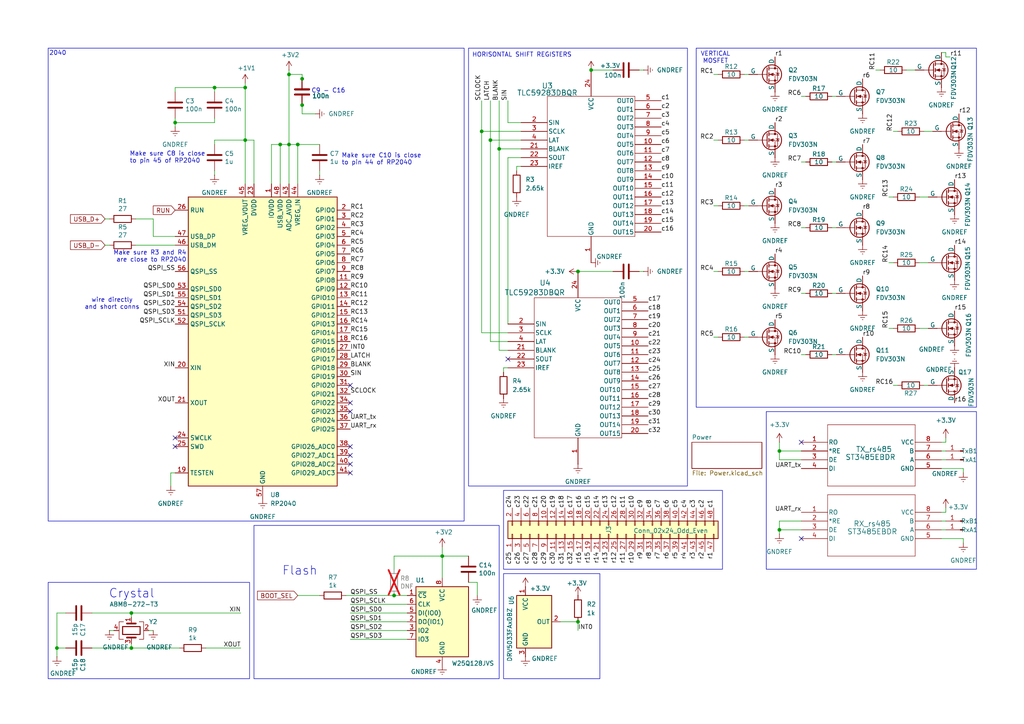
<source format=kicad_sch>
(kicad_sch (version 20231120) (generator "eeschema") (generator_version "8.0")
  (paper "A4")
  (junction (at 114.3 172.72))
  (junction (at 171.45 20.32))
  (junction (at 142.24 40.64))
  (junction (at 86.36 41.91))
  (junction (at 167.64 180.34))
  (junction (at 139.7 38.1))
  (junction (at 71.12 40.64))
  (junction (at 87.63 22.86))
  (junction (at 144.78 43.18))
  (junction (at 226.06 153.67))
  (junction (at 83.82 41.91))
  (junction (at 62.23 25.4))
  (junction (at 83.82 21.59))
  (junction (at 71.12 25.4))
  (junction (at 226.06 130.81))
  (junction (at 128.27 161.29))
  (junction (at 81.28 41.91))
  (junction (at 50.8 35.56))
  (junction (at 38.1 177.8))
  (junction (at 167.64 78.74))
  (junction (at 16.51 187.96))
  (junction (at 38.1 187.96))
  (junction (at 87.63 30.48))
  (no_connect (at 101.6 132.08))
  (no_connect (at 232.41 128.27))
  (no_connect (at 147.32 104.14))
  (no_connect (at 50.8 129.54))
  (no_connect (at 101.6 134.62))
  (no_connect (at 101.6 116.84))
  (no_connect (at 101.6 137.16))
  (no_connect (at 101.6 111.76))
  (no_connect (at 101.6 119.38))
  (no_connect (at 50.8 127))
  (no_connect (at 101.6 129.54))
  (no_connect (at 232.41 156.21))
  (wire (pts (xy 232.41 66.04) (xy 233.68 66.04)))
  (wire (pts (xy 26.67 177.8) (xy 38.1 177.8)))
  (wire (pts (xy 217.17 59.69) (xy 215.9 59.69)))
  (wire (pts (xy 167.64 182.88) (xy 167.64 180.34)))
  (wire (pts (xy 83.82 41.91) (xy 86.36 41.91)))
  (wire (pts (xy 86.36 41.91) (xy 92.71 41.91)))
  (wire (pts (xy 207.01 21.59) (xy 208.28 21.59)))
  (wire (pts (xy 257.81 95.25) (xy 259.08 95.25)))
  (wire (pts (xy 232.41 85.09) (xy 233.68 85.09)))
  (wire (pts (xy 139.7 38.1) (xy 139.7 96.52)))
  (wire (pts (xy 242.57 46.99) (xy 241.3 46.99)))
  (wire (pts (xy 78.74 53.34) (xy 78.74 41.91)))
  (wire (pts (xy 49.53 140.97) (xy 49.53 137.16)))
  (wire (pts (xy 38.1 187.96) (xy 52.07 187.96)))
  (wire (pts (xy 78.74 41.91) (xy 81.28 41.91)))
  (wire (pts (xy 151.13 38.1) (xy 139.7 38.1)))
  (wire (pts (xy 83.82 21.59) (xy 87.63 21.59)))
  (wire (pts (xy 50.8 68.58) (xy 44.45 68.58)))
  (wire (pts (xy 144.78 101.6) (xy 144.78 43.18)))
  (wire (pts (xy 71.12 24.13) (xy 71.12 25.4)))
  (wire (pts (xy 62.23 25.4) (xy 71.12 25.4)))
  (wire (pts (xy 147.32 35.56) (xy 151.13 35.56)))
  (wire (pts (xy 59.69 187.96) (xy 69.85 187.96)))
  (wire (pts (xy 101.6 175.26) (xy 118.11 175.26)))
  (wire (pts (xy 242.57 85.09) (xy 241.3 85.09)))
  (wire (pts (xy 259.08 111.76) (xy 260.35 111.76)))
  (wire (pts (xy 71.12 40.64) (xy 73.66 40.64)))
  (wire (pts (xy 30.48 63.5) (xy 31.75 63.5)))
  (wire (pts (xy 38.1 179.07) (xy 38.1 177.8)))
  (wire (pts (xy 62.23 49.53) (xy 62.23 50.8)))
  (wire (pts (xy 273.05 133.35) (xy 274.32 133.35)))
  (wire (pts (xy 135.89 161.29) (xy 128.27 161.29)))
  (wire (pts (xy 62.23 35.56) (xy 62.23 34.29)))
  (wire (pts (xy 167.64 180.34) (xy 162.56 180.34)))
  (wire (pts (xy 128.27 161.29) (xy 128.27 167.64)))
  (wire (pts (xy 92.71 49.53) (xy 92.71 50.8)))
  (wire (pts (xy 31.75 182.88) (xy 33.02 182.88)))
  (wire (pts (xy 269.24 76.2) (xy 266.7 76.2)))
  (wire (pts (xy 167.64 78.74) (xy 177.8 78.74)))
  (wire (pts (xy 226.06 153.67) (xy 232.41 153.67)))
  (wire (pts (xy 50.8 35.56) (xy 50.8 36.83)))
  (wire (pts (xy 232.41 46.99) (xy 233.68 46.99)))
  (wire (pts (xy 81.28 41.91) (xy 83.82 41.91)))
  (wire (pts (xy 87.63 30.48) (xy 87.63 33.02)))
  (wire (pts (xy 50.8 25.4) (xy 62.23 25.4)))
  (wire (pts (xy 50.8 34.29) (xy 50.8 35.56)))
  (wire (pts (xy 147.32 45.72) (xy 147.32 93.98)))
  (wire (pts (xy 232.41 27.94) (xy 233.68 27.94)))
  (wire (pts (xy 274.32 16.51) (xy 274.32 15.24)))
  (wire (pts (xy 269.24 57.15) (xy 266.7 57.15)))
  (wire (pts (xy 38.1 177.8) (xy 69.85 177.8)))
  (wire (pts (xy 279.4 156.21) (xy 279.4 157.48)))
  (wire (pts (xy 73.66 53.34) (xy 73.66 40.64)))
  (wire (pts (xy 19.05 177.8) (xy 16.51 177.8)))
  (wire (pts (xy 226.06 128.27) (xy 226.06 130.81)))
  (wire (pts (xy 62.23 40.64) (xy 71.12 40.64)))
  (wire (pts (xy 138.43 168.91) (xy 138.43 172.72)))
  (wire (pts (xy 226.06 151.13) (xy 232.41 151.13)))
  (wire (pts (xy 185.42 78.74) (xy 186.69 78.74)))
  (wire (pts (xy 149.86 48.26) (xy 151.13 48.26)))
  (wire (pts (xy 118.11 177.8) (xy 101.6 177.8)))
  (wire (pts (xy 151.13 45.72) (xy 147.32 45.72)))
  (wire (pts (xy 147.32 29.21) (xy 147.32 35.56)))
  (wire (pts (xy 30.48 71.12) (xy 31.75 71.12)))
  (wire (pts (xy 139.7 96.52) (xy 147.32 96.52)))
  (wire (pts (xy 207.01 59.69) (xy 208.28 59.69)))
  (wire (pts (xy 71.12 53.34) (xy 71.12 40.64)))
  (wire (pts (xy 87.63 33.02) (xy 91.44 33.02)))
  (wire (pts (xy 38.1 186.69) (xy 38.1 187.96)))
  (wire (pts (xy 149.86 48.26) (xy 149.86 49.53)))
  (wire (pts (xy 185.42 20.32) (xy 186.69 20.32)))
  (wire (pts (xy 118.11 182.88) (xy 101.6 182.88)))
  (wire (pts (xy 265.43 20.32) (xy 262.89 20.32)))
  (wire (pts (xy 217.17 97.79) (xy 215.9 97.79)))
  (wire (pts (xy 144.78 43.18) (xy 151.13 43.18)))
  (wire (pts (xy 279.4 156.21) (xy 273.05 156.21)))
  (wire (pts (xy 207.01 78.74) (xy 208.28 78.74)))
  (wire (pts (xy 83.82 21.59) (xy 83.82 41.91)))
  (wire (pts (xy 274.32 128.27) (xy 273.05 128.27)))
  (wire (pts (xy 274.32 148.59) (xy 273.05 148.59)))
  (wire (pts (xy 118.11 180.34) (xy 101.6 180.34)))
  (wire (pts (xy 279.4 137.16) (xy 279.4 135.89)))
  (wire (pts (xy 114.3 172.72) (xy 118.11 172.72)))
  (wire (pts (xy 50.8 35.56) (xy 62.23 35.56)))
  (wire (pts (xy 92.71 172.72) (xy 86.36 172.72)))
  (wire (pts (xy 16.51 187.96) (xy 16.51 190.5)))
  (wire (pts (xy 232.41 102.87) (xy 233.68 102.87)))
  (wire (pts (xy 275.59 16.51) (xy 274.32 16.51)))
  (wire (pts (xy 26.67 187.96) (xy 38.1 187.96)))
  (wire (pts (xy 257.81 76.2) (xy 259.08 76.2)))
  (wire (pts (xy 269.24 111.76) (xy 267.97 111.76)))
  (wire (pts (xy 44.45 63.5) (xy 44.45 68.58)))
  (wire (pts (xy 146.05 107.95) (xy 146.05 106.68)))
  (wire (pts (xy 171.45 20.32) (xy 177.8 20.32)))
  (wire (pts (xy 226.06 151.13) (xy 226.06 153.67)))
  (wire (pts (xy 100.33 172.72) (xy 114.3 172.72)))
  (wire (pts (xy 128.27 158.75) (xy 128.27 161.29)))
  (wire (pts (xy 146.05 106.68) (xy 147.32 106.68)))
  (wire (pts (xy 139.7 29.21) (xy 139.7 38.1)))
  (wire (pts (xy 226.06 133.35) (xy 232.41 133.35)))
  (wire (pts (xy 62.23 41.91) (xy 62.23 40.64)))
  (wire (pts (xy 142.24 40.64) (xy 142.24 99.06)))
  (wire (pts (xy 135.89 168.91) (xy 138.43 168.91)))
  (wire (pts (xy 207.01 97.79) (xy 208.28 97.79)))
  (wire (pts (xy 50.8 71.12) (xy 39.37 71.12)))
  (wire (pts (xy 49.53 137.16) (xy 50.8 137.16)))
  (wire (pts (xy 274.32 153.67) (xy 273.05 153.67)))
  (wire (pts (xy 273.05 130.81) (xy 274.32 130.81)))
  (wire (pts (xy 86.36 41.91) (xy 86.36 53.34)))
  (wire (pts (xy 259.08 38.1) (xy 260.35 38.1)))
  (wire (pts (xy 44.45 63.5) (xy 39.37 63.5)))
  (wire (pts (xy 242.57 102.87) (xy 241.3 102.87)))
  (wire (pts (xy 226.06 130.81) (xy 232.41 130.81)))
  (wire (pts (xy 43.18 182.88) (xy 44.45 182.88)))
  (wire (pts (xy 207.01 40.64) (xy 208.28 40.64)))
  (wire (pts (xy 242.57 27.94) (xy 241.3 27.94)))
  (wire (pts (xy 217.17 40.64) (xy 215.9 40.64)))
  (wire (pts (xy 19.05 187.96) (xy 16.51 187.96)))
  (wire (pts (xy 270.51 38.1) (xy 267.97 38.1)))
  (wire (pts (xy 71.12 25.4) (xy 71.12 40.64)))
  (wire (pts (xy 274.32 151.13) (xy 273.05 151.13)))
  (wire (pts (xy 50.8 26.67) (xy 50.8 25.4)))
  (wire (pts (xy 242.57 66.04) (xy 241.3 66.04)))
  (wire (pts (xy 16.51 177.8) (xy 16.51 187.96)))
  (wire (pts (xy 147.32 101.6) (xy 144.78 101.6)))
  (wire (pts (xy 254 20.32) (xy 255.27 20.32)))
  (wire (pts (xy 144.78 29.21) (xy 144.78 43.18)))
  (wire (pts (xy 217.17 21.59) (xy 215.9 21.59)))
  (wire (pts (xy 83.82 20.32) (xy 83.82 21.59)))
  (wire (pts (xy 274.32 148.59) (xy 274.32 147.32)))
  (wire (pts (xy 274.32 15.24) (xy 273.05 15.24)))
  (wire (pts (xy 81.28 41.91) (xy 81.28 53.34)))
  (wire (pts (xy 279.4 135.89) (xy 273.05 135.89)))
  (wire (pts (xy 151.13 40.64) (xy 142.24 40.64)))
  (wire (pts (xy 114.3 165.1) (xy 114.3 161.29)))
  (wire (pts (xy 274.32 128.27) (xy 274.32 127)))
  (wire (pts (xy 226.06 130.81) (xy 226.06 133.35)))
  (wire (pts (xy 62.23 26.67) (xy 62.23 25.4)))
  (wire (pts (xy 118.11 185.42) (xy 101.6 185.42)))
  (wire (pts (xy 83.82 41.91) (xy 83.82 53.34)))
  (wire (pts (xy 114.3 161.29) (xy 128.27 161.29)))
  (wire (pts (xy 142.24 99.06) (xy 147.32 99.06)))
  (wire (pts (xy 217.17 78.74) (xy 215.9 78.74)))
  (wire (pts (xy 269.24 95.25) (xy 266.7 95.25)))
  (wire (pts (xy 87.63 22.86) (xy 87.63 21.59)))
  (wire (pts (xy 142.24 29.21) (xy 142.24 40.64)))
  (wire (pts (xy 226.06 154.94) (xy 226.06 153.67)))
  (wire (pts (xy 257.81 57.15) (xy 259.08 57.15)))
  (rectangle (start 146.05 142.24) (end 209.55 165.1))
  (rectangle (start 201.93 13.97) (end 283.21 118.11))
  (rectangle (start 146.05 166.37) (end 173.99 196.85))
  (rectangle (start 73.66 152.4) (end 144.78 196.85))
  (rectangle (start 222.25 119.38) (end 283.21 165.1))
  (rectangle (start 13.97 168.91) (end 72.39 196.85))
  (rectangle (start 13.97 13.97) (end 134.62 151.13))
  (rectangle (start 135.89 13.97) (end 199.39 140.97))
  (text "HORISONTAL SHIFT REGISTERS" (at 151.384 16.002 0) (effects (font (size 1.27 1.27))))
  (text "Flash" (at 81.788 167.132 0) (effects (font (size 2.54 2.54)) (justify left bottom)))
  (text "Crystal" (at 31.496 173.736 0) (effects (font (size 2.54 2.54)) (justify left bottom)))
  (text "2040" (at 16.764 15.494 0) (effects (font (size 1.27 1.27))))
  (text "VERTICAL\nMOSFET" (at 207.518 16.764 0) (effects (font (size 1.27 1.27))))
  (text "Make sure C10 is close\nto pin 44 of RP2040" (at 99.06 48.006 0) (effects (font (size 1.27 1.27)) (justify left bottom)))
  (text "wire directly\nand short conns" (at 32.512 88.138 0) (effects (font (size 1.27 1.27))))
  (text "C9 - C16" (at 95.25 26.416 0) (effects (font (size 1.27 1.27))))
  (text "Make sure C8 is close \nto pin 45 of RP2040" (at 37.592 47.498 0) (effects (font (size 1.27 1.27)) (justify left bottom)))
  (text "Make sure R3 and R4\nare close to RP2040" (at 54.102 76.2 0) (effects (font (size 1.27 1.27)) (justify right bottom)))
  (label "r13" (at 176.53 160.02 270))
  (label "RC9" (at 101.6 81.28 0))
  (label "c24" (at 187.96 105.41 0))
  (label "c23" (at 151.13 147.32 90))
  (label "UART_rx" (at 232.41 148.59 180))
  (label "RC14" (at 257.81 76.2 90))
  (label "r4" (at 224.79 73.66 0))
  (label "c5" (at 196.85 147.32 90))
  (label "c29" (at 158.75 160.02 270))
  (label "RC12" (at 259.08 38.1 90))
  (label "c22" (at 187.96 100.33 0))
  (label "XOUT" (at 50.8 116.84 180))
  (label "c27" (at 187.96 113.03 0))
  (label "RC13" (at 101.6 91.44 0))
  (label "r3" (at 201.93 160.02 270))
  (label "c30" (at 161.29 160.02 270))
  (label "r6" (at 250.19 22.86 0))
  (label "QSPI_SD0" (at 50.8 83.82 180))
  (label "c32" (at 187.96 125.73 0))
  (label "r11" (at 275.59 16.51 0))
  (label "c31" (at 187.96 123.19 0))
  (label "LATCH" (at 101.6 104.14 0))
  (label "UART_tx" (at 101.6 121.92 0))
  (label "c10" (at 191.77 52.07 0))
  (label "c16" (at 168.91 147.32 90))
  (label "c8" (at 191.77 46.99 0))
  (label "QSPI_SD3" (at 101.6 185.42 0))
  (label "c2" (at 191.77 31.75 0))
  (label "c12" (at 179.07 147.32 90))
  (label "r7" (at 191.77 160.02 270))
  (label "c15" (at 191.77 64.77 0))
  (label "r6" (at 194.31 160.02 270))
  (label "c31" (at 163.83 160.02 270))
  (label "RC10" (at 101.6 83.82 0))
  (label "c25" (at 148.59 160.02 270))
  (label "RC7" (at 101.6 76.2 0))
  (label "r1" (at 207.01 160.02 270))
  (label "SCLOCK" (at 101.6 114.3 0))
  (label "r7" (at 250.19 41.91 0))
  (label "RC10" (at 232.41 102.87 180))
  (label "c15" (at 171.45 147.32 90))
  (label "RC8" (at 101.6 78.74 0))
  (label "RC15" (at 101.6 96.52 0))
  (label "c30" (at 187.96 120.65 0))
  (label "RC5" (at 101.6 71.12 0))
  (label "RC12" (at 101.6 88.9 0))
  (label "LATCH" (at 142.24 29.21 90))
  (label "r5" (at 196.85 160.02 270))
  (label "c28" (at 187.96 115.57 0))
  (label "r9" (at 186.69 160.02 270))
  (label "c21" (at 156.21 147.32 90))
  (label "r16" (at 276.86 116.84 0))
  (label "RC1" (at 207.01 21.59 180))
  (label "c17" (at 187.96 87.63 0))
  (label "INT0" (at 101.6 101.6 0))
  (label "QSPI_SD3" (at 50.8 91.44 180))
  (label "r16" (at 168.91 160.02 270))
  (label "r15" (at 276.86 90.17 0))
  (label "c16" (at 191.77 67.31 0))
  (label "c29" (at 187.96 118.11 0))
  (label "c7" (at 191.77 147.32 90))
  (label "QSPI_SD1" (at 101.6 180.34 0))
  (label "c19" (at 187.96 92.71 0))
  (label "UART_rx" (at 101.6 124.46 0))
  (label "c13" (at 176.53 147.32 90))
  (label "c1" (at 207.01 147.32 90))
  (label "r12" (at 179.07 160.02 270))
  (label "RC16" (at 101.6 99.06 0))
  (label "r10" (at 250.19 97.79 0))
  (label "RC6" (at 101.6 73.66 0))
  (label "RC15" (at 257.81 95.25 90))
  (label "RC5" (at 207.01 97.79 180))
  (label "c12" (at 191.77 57.15 0))
  (label "QSPI_SCLK" (at 50.8 93.98 180))
  (label "INT0" (at 167.64 182.88 0))
  (label "c1" (at 191.77 29.21 0))
  (label "c11" (at 191.77 54.61 0))
  (label "QSPI_SS" (at 101.6 172.72 0))
  (label "c20" (at 158.75 147.32 90))
  (label "c13" (at 191.77 59.69 0))
  (label "XIN" (at 50.8 106.68 180))
  (label "BLANK" (at 144.78 29.21 90))
  (label "XIN" (at 69.85 177.8 180))
  (label "r12" (at 278.13 33.02 0))
  (label "r8" (at 250.19 60.96 0))
  (label "RC3" (at 101.6 66.04 0))
  (label "c3" (at 191.77 34.29 0))
  (label "c4" (at 191.77 36.83 0))
  (label "c8" (at 189.23 147.32 90))
  (label "c19" (at 161.29 147.32 90))
  (label "RC9" (at 232.41 85.09 180))
  (label "RC13" (at 257.81 57.15 90))
  (label "r2" (at 224.79 35.56 0))
  (label "r11" (at 181.61 160.02 270))
  (label "XOUT" (at 69.85 187.96 180))
  (label "c26" (at 187.96 110.49 0))
  (label "SIN" (at 101.6 109.22 0))
  (label "RC6" (at 232.41 27.94 180))
  (label "r13" (at 276.86 52.07 0))
  (label "c17" (at 166.37 147.32 90))
  (label "c7" (at 191.77 44.45 0))
  (label "RC14" (at 101.6 93.98 0))
  (label "c9" (at 186.69 147.32 90))
  (label "RC2" (at 101.6 63.5 0))
  (label "QSPI_SD2" (at 101.6 182.88 0))
  (label "UART_tx" (at 232.41 135.89 180))
  (label "QSPI_SS" (at 50.8 78.74 180))
  (label "c9" (at 191.77 49.53 0))
  (label "c32" (at 166.37 160.02 270))
  (label "r8" (at 189.23 160.02 270))
  (label "r5" (at 224.79 92.71 0))
  (label "r14" (at 173.99 160.02 270))
  (label "c18" (at 187.96 90.17 0))
  (label "c5" (at 191.77 39.37 0))
  (label "c4" (at 199.39 147.32 90))
  (label "BLANK" (at 101.6 106.68 0))
  (label "c2" (at 204.47 147.32 90))
  (label "c14" (at 191.77 62.23 0))
  (label "r9" (at 250.19 80.01 0))
  (label "r2" (at 204.47 160.02 270))
  (label "RC3" (at 207.01 59.69 180))
  (label "c25" (at 187.96 107.95 0))
  (label "r14" (at 276.86 71.12 0))
  (label "c28" (at 156.21 160.02 270))
  (label "RC16" (at 259.08 111.76 180))
  (label "c14" (at 173.99 147.32 90))
  (label "c20" (at 187.96 95.25 0))
  (label "r4" (at 199.39 160.02 270))
  (label "c23" (at 187.96 102.87 0))
  (label "c22" (at 153.67 147.32 90))
  (label "c11" (at 181.61 147.32 90))
  (label "c26" (at 151.13 160.02 270))
  (label "r10" (at 184.15 160.02 270))
  (label "RC1" (at 101.6 60.96 0))
  (label "QSPI_SCLK" (at 101.6 175.26 0))
  (label "QSPI_SD2" (at 50.8 88.9 180))
  (label "c6" (at 194.31 147.32 90))
  (label "c6" (at 191.77 41.91 0))
  (label "SCLOCK" (at 139.7 29.21 90))
  (label "SIN" (at 147.32 29.21 90))
  (label "QSPI_SD0" (at 101.6 177.8 0))
  (label "c24" (at 148.59 147.32 90))
  (label "r3" (at 224.79 54.61 0))
  (label "c27" (at 153.67 160.02 270))
  (label "RC7" (at 232.41 46.99 180))
  (label "RC4" (at 101.6 68.58 0))
  (label "c18" (at 163.83 147.32 90))
  (label "c21" (at 187.96 97.79 0))
  (label "RC4" (at 207.01 78.74 180))
  (label "RC11" (at 101.6 86.36 0))
  (label "r1" (at 224.79 16.51 0))
  (label "c3" (at 201.93 147.32 90))
  (label "RC11" (at 254 20.32 90))
  (label "RC8" (at 232.41 66.04 180))
  (label "QSPI_SD1" (at 50.8 86.36 180))
  (label "r15" (at 171.45 160.02 270))
  (label "c10" (at 184.15 147.32 90))
  (label "RC2" (at 207.01 40.64 180))
  (global_label "BOOT_SEL" (shape input) (at 86.36 172.72 180) (property "Intersheetrefs" "${INTERSHEET_REFS}" (effects (hide yes))))
  (global_label "USB_D+" (shape input) (at 30.48 63.5 180) (property "Intersheetrefs" "${INTERSHEET_REFS}" (effects (hide yes))))
  (global_label "USB_D-" (shape input) (at 30.48 71.12 180) (property "Intersheetrefs" "${INTERSHEET_REFS}" (effects (hide yes))))
  (global_label "RUN" (shape input) (at 50.8 60.96 180) (property "Intersheetrefs" "${INTERSHEET_REFS}" (effects (hide yes))))
  (symbol (lib_id "power:GNDREF") (at 224.79 26.67 0) (unit 1)
    (property "Reference" "#PWR046" (effects (hide yes)))
    (property "Value" "GNDREF" (at 224.79 31.75 0))
    (property "Description" "Power symbol creates a global label with name \"GNDREF\" , reference supply ground" (effects (hide yes)))
  )
  (symbol (lib_id "Simulation_SPICE:NMOS") (at 247.65 46.99 0) (unit 1)
    (property "Reference" "Q8" (at 254 45.7199 0) (effects (justify left)))
    (property "Value" "FDV303N" (at 254 48.2599 0) (effects (justify left)))
    (property "Footprint" "Package_TO_SOT_SMD:SOT-23" (effects (hide yes)))
    (property "Datasheet" "https://ngspice.sourceforge.io/docs/ngspice-html-manual/manual.xhtml#cha_MOSFETs" (effects (hide yes)))
    (property "Description" "N-MOSFET transistor, drain/source/gate" (effects (hide yes)))
    (property "Sim.Device" "NMOS" (effects (hide yes)))
    (property "Sim.Type" "VDMOS" (effects (hide yes)))
    (property "Sim.Pins" "1=D 2=G 3=S" (effects (hide yes)))
    (property "LCSC PN" "C80498" (effects (hide yes)))
    (property "MPN" "FDV303N" (effects (hide yes)))
    (property "Manufacturer" "onsemi" (effects (hide yes)))
  )
  (symbol (lib_id "power:GNDREF") (at 186.69 78.74 90) (unit 1)
    (property "Reference" "#PWR039" (effects (hide yes)))
    (property "Value" "GNDREF" (at 190.5 78.7399 90) (effects (justify right)))
    (property "Description" "Power symbol creates a global label with name \"GNDREF\" , reference supply ground" (effects (hide yes)))
  )
  (symbol (lib_id "Device:R") (at 114.3 168.91 0) (unit 1) (dnp yes)
    (property "Reference" "R8" (at 116.078 167.7416 0) (effects (justify left)))
    (property "Value" "DNF" (at 116.078 170.053 0) (effects (justify left)))
    (property "Footprint" "Resistor_SMD:R_0402_1005Metric" (effects (hide yes)))
    (property "Description" "Resistor" (effects (hide yes)))
  )
  (symbol (lib_id "Device:C") (at 22.86 187.96 270) (unit 1)
    (property "Reference" "C18" (at 24.0284 190.881 0) (effects (justify left)))
    (property "Value" "15p" (at 21.717 190.881 0) (effects (justify left)))
    (property "Footprint" "Capacitor_SMD:C_0402_1005Metric" (effects (hide yes)))
    (property "Description" "Unpolarized capacitor" (effects (hide yes)))
    (property "MPN" "CL05C150JB51PNC" (effects (hide yes)))
    (property "Manufacturer" "Samsung Electro-Mechanics" (effects (hide yes)))
    (property "LCSC PN" "C307341" (effects (hide yes)))
  )
  (symbol (lib_id "power:+3.3V") (at 274.32 147.32 0) (unit 1)
    (property "Reference" "#PWR03" (effects (hide yes)))
    (property "Value" "+3.3V" (at 277.876 147.066 0))
    (property "Description" "Power symbol creates a global label with name \"+3.3V\"" (effects (hide yes)))
  )
  (symbol (lib_id "Device:R") (at 262.89 95.25 90) (unit 1)
    (property "Reference" "R26" (at 262.89 92.964 90))
    (property "Value" "10" (at 262.89 95.25 90))
    (property "Footprint" "Resistor_SMD:R_0402_1005Metric" (effects (hide yes)))
    (property "Description" "Resistor" (effects (hide yes)))
    (property "LCSC PN" "C100206" (effects (hide yes)))
    (property "MPN" "CR0402FF10R0G" (effects (hide yes)))
    (property "Manufacturer" " LIZ Elec" (effects (hide yes)))
  )
  (symbol (lib_id "Connector_Generic:Conn_02x24_Odd_Even") (at 176.53 154.94 90) (unit 1) (in_bom no)
    (property "Reference" "J3" (at 176.53 153.67 0))
    (property "Value" "Conn_02x24_Odd_Even" (at 194.564 153.924 90))
    (property "Footprint" "Connector_PinHeader_2.54mm:PinHeader_2x24_P2.54mm_Vertical" (effects (hide yes)))
    (property "Description" "Generic connector, double row, 02x24, odd/even pin numbering scheme (row 1 odd numbers, row 2 even numbers), script generated (kicad-library-utils/schlib/autogen/connector/)" (effects (hide yes)))
  )
  (symbol (lib_id "Device:Crystal_GND24") (at 38.1 182.88 270) (unit 1)
    (property "Reference" "Y2" (at 43.18 180.34 90) (effects (justify left)))
    (property "Value" "ABM8-272-T3" (at 31.75 175.26 90) (effects (justify left)))
    (property "Footprint" "Crystal:Crystal_SMD_3225-4Pin_3.2x2.5mm" (effects (hide yes)))
    (property "Description" "Four pin crystal, GND on pins 2 and 4" (effects (hide yes)))
    (property "MPN" "ABM8-272-T3" (effects (hide yes)))
    (property "Manufacturer" "  Abracon LLC " (effects (hide yes)))
    (property "LCSC PN" "C20625731" (effects (hide yes)))
  )
  (symbol (lib_id "Device:R") (at 262.89 57.15 90) (unit 1)
    (property "Reference" "R24" (at 262.89 54.864 90))
    (property "Value" "10" (at 262.89 57.15 90))
    (property "Footprint" "Resistor_SMD:R_0402_1005Metric" (effects (hide yes)))
    (property "Description" "Resistor" (effects (hide yes)))
    (property "LCSC PN" "C100206" (effects (hide yes)))
    (property "MPN" "CR0402FF10R0G" (effects (hide yes)))
    (property "Manufacturer" " LIZ Elec" (effects (hide yes)))
  )
  (symbol (lib_id "power:GNDREF") (at 224.79 45.72 0) (unit 1)
    (property "Reference" "#PWR047" (effects (hide yes)))
    (property "Value" "GNDREF" (at 224.79 50.8 0))
    (property "Description" "Power symbol creates a global label with name \"GNDREF\" , reference supply ground" (effects (hide yes)))
  )
  (symbol (lib_id "power:GNDREF") (at 224.79 83.82 0) (unit 1)
    (property "Reference" "#PWR049" (effects (hide yes)))
    (property "Value" "GNDREF" (at 224.79 88.9 0))
    (property "Description" "Power symbol creates a global label with name \"GNDREF\" , reference supply ground" (effects (hide yes)))
  )
  (symbol (lib_id "Simulation_SPICE:NMOS") (at 222.25 97.79 0) (unit 1)
    (property "Reference" "Q6" (at 228.6 96.5199 0) (effects (justify left)))
    (property "Value" "FDV303N" (at 228.6 99.0599 0) (effects (justify left)))
    (property "Footprint" "Package_TO_SOT_SMD:SOT-23" (effects (hide yes)))
    (property "Datasheet" "https://ngspice.sourceforge.io/docs/ngspice-html-manual/manual.xhtml#cha_MOSFETs" (effects (hide yes)))
    (property "Description" "N-MOSFET transistor, drain/source/gate" (effects (hide yes)))
    (property "Sim.Device" "NMOS" (effects (hide yes)))
    (property "Sim.Type" "VDMOS" (effects (hide yes)))
    (property "Sim.Pins" "1=D 2=G 3=S" (effects (hide yes)))
    (property "LCSC PN" "C80498" (effects (hide yes)))
    (property "MPN" "FDV303N" (effects (hide yes)))
    (property "Manufacturer" "onsemi" (effects (hide yes)))
  )
  (symbol (lib_id "Simulation_SPICE:NMOS") (at 270.51 20.32 0) (unit 1)
    (property "Reference" "Q12" (at 276.606 20.32 90) (effects (justify left)))
    (property "Value" "FDV303N" (at 276.606 28.956 90) (effects (justify left)))
    (property "Footprint" "Package_TO_SOT_SMD:SOT-23" (effects (hide yes)))
    (property "Datasheet" "https://ngspice.sourceforge.io/docs/ngspice-html-manual/manual.xhtml#cha_MOSFETs" (effects (hide yes)))
    (property "Description" "N-MOSFET transistor, drain/source/gate" (effects (hide yes)))
    (property "Sim.Device" "NMOS" (effects (hide yes)))
    (property "Sim.Type" "VDMOS" (effects (hide yes)))
    (property "Sim.Pins" "1=D 2=G 3=S" (effects (hide yes)))
    (property "LCSC PN" "C80498" (effects (hide yes)))
    (property "MPN" "FDV303N" (effects (hide yes)))
    (property "Manufacturer" "onsemi" (effects (hide yes)))
  )
  (symbol (lib_id "power:GNDREF") (at 91.44 33.02 90) (unit 1)
    (property "Reference" "#PWR027" (effects (hide yes)))
    (property "Value" "GNDREF" (at 95.25 33.0199 90) (effects (justify right)))
    (property "Description" "Power symbol creates a global label with name \"GNDREF\" , reference supply ground" (effects (hide yes)))
  )
  (symbol (lib_id "Simulation_SPICE:NMOS") (at 247.65 102.87 0) (unit 1)
    (property "Reference" "Q11" (at 254 101.5999 0) (effects (justify left)))
    (property "Value" "FDV303N" (at 254 104.1399 0) (effects (justify left)))
    (property "Footprint" "Package_TO_SOT_SMD:SOT-23" (effects (hide yes)))
    (property "Datasheet" "https://ngspice.sourceforge.io/docs/ngspice-html-manual/manual.xhtml#cha_MOSFETs" (effects (hide yes)))
    (property "Description" "N-MOSFET transistor, drain/source/gate" (effects (hide yes)))
    (property "Sim.Device" "NMOS" (effects (hide yes)))
    (property "Sim.Type" "VDMOS" (effects (hide yes)))
    (property "Sim.Pins" "1=D 2=G 3=S" (effects (hide yes)))
    (property "LCSC PN" "C80498" (effects (hide yes)))
    (property "MPN" "FDV303N" (effects (hide yes)))
    (property "Manufacturer" "onsemi" (effects (hide yes)))
  )
  (symbol (lib_id "Device:C") (at 87.63 26.67 0) (unit 1)
    (property "Reference" "C6" (effects (hide yes)))
    (property "Value" "100n" (at 90.551 27.813 0) (effects (justify left)))
    (property "Footprint" "Capacitor_SMD:C_0402_1005Metric" (effects (hide yes)))
    (property "Description" "Unpolarized capacitor" (effects (hide yes)))
    (property "MPN" "CL05B104KO5NNNC" (effects (hide yes)))
    (property "Manufacturer" " Samsung Electro-Mechanics " (effects (hide yes)))
    (property "LCSC PN" "C1525" (effects (hide yes)))
  )
  (symbol (lib_id "Connector:Conn_01x01_Pin") (at 279.4 153.67 180) (unit 1) (in_bom no)
    (property "Reference" "RxA1" (at 281.178 153.67 0))
    (property "Value" "Conn_01x01_Pin" (effects (hide yes)))
    (property "Footprint" "Connector_PinHeader_2.54mm:PinHeader_1x01_P2.54mm_Vertical" (effects (hide yes)))
    (property "Description" "Generic connector, single row, 01x01, script generated" (effects (hide yes)))
  )
  (symbol (lib_id "power:GNDREF") (at 92.71 50.8 0) (unit 1)
    (property "Reference" "#PWR030" (effects (hide yes)))
    (property "Value" "GNDREF" (at 92.71 55.88 0))
    (property "Description" "Power symbol creates a global label with name \"GNDREF\" , reference supply ground" (effects (hide yes)))
  )
  (symbol (lib_id "Sensor_Magnetic:DRV5033FAxDBZ") (at 154.94 180.34 0) (unit 1)
    (property "Reference" "U6" (at 148.336 172.72 90) (effects (justify right)))
    (property "Value" "DRV5033FAxDBZ" (at 147.828 176.276 90) (effects (justify right)))
    (property "Footprint" "Package_TO_SOT_SMD:SOT-23" (effects (hide yes)))
    (property "Datasheet" "https://www.ti.com/lit/ds/symlink/drv5033.pdf" (effects (hide yes)))
    (property "Description" "±3.5 / ±2 mT, 20-kHz, 2-38V, SOT-23" (effects (hide yes)))
    (property "MPN" "DRV5033FAQDBZR" (effects (hide yes)))
    (property "Manufacturer" " Texas Instruments " (effects (hide yes)))
    (property "LCSC PN" "C2869057" (effects (hide yes)))
  )
  (symbol (lib_id "power:GNDREF") (at 128.27 193.04 0) (unit 1)
    (property "Reference" "#PWR06" (effects (hide yes)))
    (property "Value" "GNDREF" (at 122.936 194.818 0))
    (property "Description" "Power symbol creates a global label with name \"GNDREF\" , reference supply ground" (effects (hide yes)))
  )
  (symbol (lib_id "Device:R") (at 237.49 85.09 90) (unit 1)
    (property "Reference" "R20" (at 237.49 82.804 90))
    (property "Value" "10" (at 237.49 85.09 90))
    (property "Footprint" "Resistor_SMD:R_0402_1005Metric" (effects (hide yes)))
    (property "Description" "Resistor" (effects (hide yes)))
    (property "LCSC PN" "C100206" (effects (hide yes)))
    (property "MPN" "CR0402FF10R0G" (effects (hide yes)))
    (property "Manufacturer" " LIZ Elec" (effects (hide yes)))
  )
  (symbol (lib_id "Connector:Conn_01x01_Pin") (at 279.4 133.35 180) (unit 1) (in_bom no)
    (property "Reference" "TxA1" (at 281.178 133.35 0))
    (property "Value" "Conn_01x01_Pin" (effects (hide yes)))
    (property "Footprint" "Connector_PinHeader_2.54mm:PinHeader_1x01_P2.54mm_Vertical" (effects (hide yes)))
    (property "Description" "Generic connector, single row, 01x01, script generated" (effects (hide yes)))
  )
  (symbol (lib_id "Device:C") (at 87.63 26.67 0) (unit 1)
    (property "Reference" "C9" (effects (hide yes)))
    (property "Value" "100n" (at 90.551 27.813 0) (effects (justify left)))
    (property "Footprint" "Capacitor_SMD:C_0402_1005Metric" (effects (hide yes)))
    (property "Description" "Unpolarized capacitor" (effects (hide yes)))
    (property "MPN" "CL05B104KO5NNNC" (effects (hide yes)))
    (property "Manufacturer" " Samsung Electro-Mechanics " (effects (hide yes)))
    (property "LCSC PN" "C1525" (effects (hide yes)))
  )
  (symbol (lib_id "power:GNDREF") (at 62.23 50.8 0) (unit 1)
    (property "Reference" "#PWR025" (effects (hide yes)))
    (property "Value" "GNDREF" (at 62.23 55.88 0))
    (property "Description" "Power symbol creates a global label with name \"GNDREF\" , reference supply ground" (effects (hide yes)))
  )
  (symbol (lib_id "Simulation_SPICE:NMOS") (at 274.32 76.2 0) (unit 1)
    (property "Reference" "Q15" (at 280.67 75.438 90) (effects (justify left)))
    (property "Value" "FDV303N" (at 280.67 84.328 90) (effects (justify left)))
    (property "Footprint" "Package_TO_SOT_SMD:SOT-23" (effects (hide yes)))
    (property "Datasheet" "https://ngspice.sourceforge.io/docs/ngspice-html-manual/manual.xhtml#cha_MOSFETs" (effects (hide yes)))
    (property "Description" "N-MOSFET transistor, drain/source/gate" (effects (hide yes)))
    (property "Sim.Device" "NMOS" (effects (hide yes)))
    (property "Sim.Type" "VDMOS" (effects (hide yes)))
    (property "Sim.Pins" "1=D 2=G 3=S" (effects (hide yes)))
    (property "LCSC PN" "C80498" (effects (hide yes)))
    (property "MPN" "FDV303N" (effects (hide yes)))
    (property "Manufacturer" "onsemi" (effects (hide yes)))
  )
  (symbol (lib_id "power:+3V3") (at 83.82 20.32 0) (unit 1)
    (property "Reference" "#PWR026" (effects (hide yes)))
    (property "Value" "+3V2" (at 84.201 15.9258 0))
    (property "Description" "Power symbol creates a global label with name \"+3V3\"" (effects (hide yes)))
  )
  (symbol (lib_id "Simulation_SPICE:NMOS") (at 274.32 95.25 0) (unit 1)
    (property "Reference" "Q16" (at 280.924 94.742 90) (effects (justify left)))
    (property "Value" "FDV303N" (at 280.924 103.632 90) (effects (justify left)))
    (property "Footprint" "Package_TO_SOT_SMD:SOT-23" (effects (hide yes)))
    (property "Datasheet" "https://ngspice.sourceforge.io/docs/ngspice-html-manual/manual.xhtml#cha_MOSFETs" (effects (hide yes)))
    (property "Description" "N-MOSFET transistor, drain/source/gate" (effects (hide yes)))
    (property "Sim.Device" "NMOS" (effects (hide yes)))
    (property "Sim.Type" "VDMOS" (effects (hide yes)))
    (property "Sim.Pins" "1=D 2=G 3=S" (effects (hide yes)))
    (property "LCSC PN" "C80498" (effects (hide yes)))
    (property "MPN" "FDV303N" (effects (hide yes)))
    (property "Manufacturer" "onsemi" (effects (hide yes)))
  )
  (symbol (lib_id "power:GNDREF") (at 49.53 140.97 0) (unit 1)
    (property "Reference" "#PWR024" (effects (hide yes)))
    (property "Value" "GNDREF" (at 49.53 146.05 0))
    (property "Description" "Power symbol creates a global label with name \"GNDREF\" , reference supply ground" (effects (hide yes)))
  )
  (symbol (lib_id "Device:R") (at 212.09 78.74 90) (unit 1)
    (property "Reference" "R15" (at 212.09 76.454 90))
    (property "Value" "10" (at 212.09 78.74 90))
    (property "Footprint" "Resistor_SMD:R_0402_1005Metric" (effects (hide yes)))
    (property "Description" "Resistor" (effects (hide yes)))
    (property "LCSC PN" "C100206" (effects (hide yes)))
    (property "MPN" "CR0402FF10R0G" (effects (hide yes)))
    (property "Manufacturer" " LIZ Elec" (effects (hide yes)))
  )
  (symbol (lib_id "power:GNDREF") (at 226.06 154.94 0) (unit 1)
    (property "Reference" "#PWR032" (effects (hide yes)))
    (property "Value" "GNDREF" (at 226.06 160.02 0))
    (property "Description" "Power symbol creates a global label with name \"GNDREF\" , reference supply ground" (effects (hide yes)))
  )
  (symbol (lib_id "Device:R") (at 237.49 102.87 90) (unit 1)
    (property "Reference" "R21" (at 237.49 100.584 90))
    (property "Value" "10" (at 237.49 102.87 90))
    (property "Footprint" "Resistor_SMD:R_0402_1005Metric" (effects (hide yes)))
    (property "Description" "Resistor" (effects (hide yes)))
    (property "LCSC PN" "C100206" (effects (hide yes)))
    (property "MPN" "CR0402FF10R0G" (effects (hide yes)))
    (property "Manufacturer" " LIZ Elec" (effects (hide yes)))
  )
  (symbol (lib_id "Memory_Flash:W25Q128JVS") (at 128.27 180.34 0) (unit 1)
    (property "Reference" "U1" (at 121.92 168.275 0))
    (property "Value" "W25Q128JVS" (at 137.16 192.405 0))
    (property "Footprint" "Package_SO:SOIC-8_7.5x5.85mm_P1.27mm" (effects (hide yes)))
    (property "Datasheet" "http://www.winbond.com/resource-files/w25q128jv_dtr%20revc%2003272018%20plus.pdf" (effects (hide yes)))
    (property "Description" "128Mb Serial Flash Memory, Standard/Dual/Quad SPI, SOIC-8" (effects (hide yes)))
    (property "MPN" "W25Q128JVPIQ" (effects (hide yes)))
    (property "Manufacturer" "Winbond Electronics" (effects (hide yes)))
    (property "LCSC PN" "C190862" (effects (hide yes)))
  )
  (symbol (lib_id "Device:C") (at 50.8 30.48 0) (unit 1)
    (property "Reference" "C3" (at 53.721 29.3116 0) (effects (justify left)))
    (property "Value" "100n" (at 53.721 31.623 0) (effects (justify left)))
    (property "Footprint" "Capacitor_SMD:C_0402_1005Metric" (effects (hide yes)))
    (property "Description" "Unpolarized capacitor" (effects (hide yes)))
    (property "MPN" "CL05B104KO5NNNC" (effects (hide yes)))
    (property "Manufacturer" " Samsung Electro-Mechanics " (effects (hide yes)))
    (property "LCSC PN" "C1525" (effects (hide yes)))
  )
  (symbol (lib_id "Device:R") (at 35.56 71.12 90) (mirror x) (unit 1)
    (property "Reference" "R5" (at 35.56 65.8622 90))
    (property "Value" "27" (at 35.56 68.1736 90))
    (property "Footprint" "Resistor_SMD:R_0402_1005Metric" (effects (hide yes)))
    (property "Description" "Resistor" (effects (hide yes)))
    (property "MPN" "WR04X270JTL" (effects (hide yes)))
    (property "Manufacturer" " Walsin Tech Corp" (effects (hide yes)))
    (property "LCSC PN" "C384351" (effects (hide yes)))
  )
  (symbol (lib_id "TLC59283DBQR:TLC59283DBQR") (at 154.94 86.36 0) (unit 1)
    (property "Reference" "U4" (at 156.464 82.042 0) (effects (font (size 1.524 1.524)) (justify left)))
    (property "Value" "TLC59283DBQR" (at 146.304 84.836 0) (effects (font (size 1.524 1.524)) (justify left)))
    (property "Footprint" "DBQ24_TEX:DBQ24_TEX" (effects (hide yes)))
    (property "Datasheet" "TLC59283DBQR" (effects (hide yes)))
    (property "MPN" "TLC59283DBQR" (effects (hide yes)))
    (property "Manufacturer" "Texas Instruments" (effects (hide yes)))
    (property "LCSC PN" "C702075" (effects (hide yes)))
  )
  (symbol (lib_id "power:GNDREF") (at 149.86 57.15 0) (unit 1)
    (property "Reference" "#PWR09" (effects (hide yes)))
    (property "Value" "GNDREF" (at 149.86 62.23 0))
    (property "Description" "Power symbol creates a global label with name \"GNDREF\" , reference supply ground" (effects (hide yes)))
  )
  (symbol (lib_id "power:GNDREF") (at 224.79 102.87 0) (unit 1)
    (property "Reference" "#PWR050" (effects (hide yes)))
    (property "Value" "GNDREF" (at 224.79 107.95 0))
    (property "Description" "Power symbol creates a global label with name \"GNDREF\" , reference supply ground" (effects (hide yes)))
  )
  (symbol (lib_id "Device:R") (at 149.86 53.34 0) (unit 1)
    (property "Reference" "R3" (at 152.4 52.0699 0) (effects (justify left)))
    (property "Value" "2.65k" (at 152.4 54.6099 0) (effects (justify left)))
    (property "Footprint" "Resistor_SMD:R_0402_1005Metric" (effects (hide yes)))
    (property "Description" "Resistor" (effects (hide yes)))
    (property "MPN" "RC-02U2R61FT" (effects (hide yes)))
    (property "Manufacturer" "RC-02U2R61FT" (effects (hide yes)))
    (property "LCSC PN" "C321166" (effects (hide yes)))
  )
  (symbol (lib_id "power:GNDREF") (at 44.45 182.88 0) (unit 1)
    (property "Reference" "#PWR038" (effects (hide yes)))
    (property "Value" "GNDREF" (at 46.228 187.706 0))
    (property "Description" "Power symbol creates a global label with name \"GNDREF\" , reference supply ground" (effects (hide yes)))
  )
  (symbol (lib_id "Simulation_SPICE:NMOS") (at 274.32 57.15 0) (unit 1)
    (property "Reference" "Q14" (at 280.67 56.896 90) (effects (justify left)))
    (property "Value" "FDV303N" (at 280.67 65.786 90) (effects (justify left)))
    (property "Footprint" "Package_TO_SOT_SMD:SOT-23" (effects (hide yes)))
    (property "Datasheet" "https://ngspice.sourceforge.io/docs/ngspice-html-manual/manual.xhtml#cha_MOSFETs" (effects (hide yes)))
    (property "Description" "N-MOSFET transistor, drain/source/gate" (effects (hide yes)))
    (property "Sim.Device" "NMOS" (effects (hide yes)))
    (property "Sim.Type" "VDMOS" (effects (hide yes)))
    (property "Sim.Pins" "1=D 2=G 3=S" (effects (hide yes)))
    (property "LCSC PN" "C80498" (effects (hide yes)))
    (property "MPN" "FDV303N" (effects (hide yes)))
    (property "Manufacturer" "onsemi" (effects (hide yes)))
  )
  (symbol (lib_id "Device:R") (at 96.52 172.72 270) (unit 1)
    (property "Reference" "R7" (at 96.52 167.4622 90))
    (property "Value" "1k" (at 96.52 169.7736 90))
    (property "Footprint" "Resistor_SMD:R_0402_1005Metric" (effects (hide yes)))
    (property "Description" "Resistor" (effects (hide yes)))
    (property "MPN" "RTT02102JTH" (effects (hide yes)))
    (property "Manufacturer" " RALEC" (effects (hide yes)))
    (property "LCSC PN" "C102758" (effects (hide yes)))
  )
  (symbol (lib_id "power:GNDREF") (at 138.43 172.72 0) (unit 1)
    (property "Reference" "#PWR020" (effects (hide yes)))
    (property "Value" "GNDREF" (at 140.462 177.038 0))
    (property "Description" "Power symbol creates a global label with name \"GNDREF\" , reference supply ground" (effects (hide yes)))
  )
  (symbol (lib_id "Device:C") (at 92.71 45.72 0) (unit 1)
    (property "Reference" "C7" (at 95.631 44.5516 0) (effects (justify left)))
    (property "Value" "1u" (at 95.631 46.863 0) (effects (justify left)))
    (property "Footprint" "Capacitor_SMD:C_0402_1005Metric" (effects (hide yes)))
    (property "Description" "Unpolarized capacitor" (effects (hide yes)))
    (property "MPN" "CL05A105KP5NNNC" (effects (hide yes)))
    (property "Manufacturer" "Samsung Electro-Mechanics " (effects (hide yes)))
    (property "LCSC PN" "C14445" (effects (hide yes)))
  )
  (symbol (lib_id "Device:R") (at 212.09 21.59 90) (unit 1)
    (property "Reference" "R12" (at 212.09 19.304 90))
    (property "Value" "10" (at 212.09 21.59 90))
    (property "Footprint" "Resistor_SMD:R_0402_1005Metric" (effects (hide yes)))
    (property "Description" "Resistor" (effects (hide yes)))
    (property "LCSC PN" "C100206" (effects (hide yes)))
    (property "MPN" "CR0402FF10R0G" (effects (hide yes)))
    (property "Manufacturer" " LIZ Elec" (effects (hide yes)))
  )
  (symbol (lib_id "power:+3.3V") (at 274.32 127 0) (unit 1)
    (property "Reference" "#PWR02" (effects (hide yes)))
    (property "Value" "+3.3V" (at 274.32 121.92 0))
    (property "Description" "Power symbol creates a global label with name \"+3.3V\"" (effects (hide yes)))
  )
  (symbol (lib_id "Device:C") (at 135.89 165.1 0) (unit 1)
    (property "Reference" "C14" (at 138.811 163.9316 0) (effects (justify left)))
    (property "Value" "100n" (at 138.811 166.243 0) (effects (justify left)))
    (property "Footprint" "Capacitor_SMD:C_0402_1005Metric" (effects (hide yes)))
    (property "Description" "Unpolarized capacitor" (effects (hide yes)))
    (property "MPN" "CL05B104KO5NNNC" (effects (hide yes)))
    (property "Manufacturer" " Samsung Electro-Mechanics " (effects (hide yes)))
    (property "LCSC PN" "C1525" (effects (hide yes)))
  )
  (symbol (lib_id "power:GNDREF") (at 50.8 36.83 0) (unit 1)
    (property "Reference" "#PWR016" (effects (hide yes)))
    (property "Value" "GNDREF" (at 50.8 41.91 0))
    (property "Description" "Power symbol creates a global label with name \"GNDREF\" , reference supply ground" (effects (hide yes)))
  )
  (symbol (lib_id "power:+1V1") (at 71.12 24.13 0) (unit 1)
    (property "Reference" "#PWR023" (effects (hide yes)))
    (property "Value" "+1V1" (at 71.501 19.7358 0))
    (property "Description" "Power symbol creates a global label with name \"+1V1\"" (effects (hide yes)))
  )
  (symbol (lib_id "Device:R") (at 35.56 63.5 90) (mirror x) (unit 1)
    (property "Reference" "R1" (at 35.56 58.2422 90))
    (property "Value" "27" (at 35.56 60.5536 90))
    (property "Footprint" "Resistor_SMD:R_0402_1005Metric" (effects (hide yes)))
    (property "Description" "Resistor" (effects (hide yes)))
    (property "MPN" "WR04X270JTL" (effects (hide yes)))
    (property "Manufacturer" " Walsin Tech Corp" (effects (hide yes)))
    (property "LCSC PN" "C384351" (effects (hide yes)))
  )
  (symbol (lib_id "power:GNDREF") (at 152.4 190.5 0) (unit 1)
    (property "Reference" "#PWR013" (effects (hide yes)))
    (property "Value" "GNDREF" (at 157.988 191.008 0))
    (property "Description" "Power symbol creates a global label with name \"GNDREF\" , reference supply ground" (effects (hide yes)))
  )
  (symbol (lib_id "power:+3V3") (at 128.27 158.75 0) (unit 1)
    (property "Reference" "#PWR029" (effects (hide yes)))
    (property "Value" "+3V2" (at 128.651 154.3558 0))
    (property "Description" "Power symbol creates a global label with name \"+3V3\"" (effects (hide yes)))
  )
  (symbol (lib_id "Device:C") (at 87.63 26.67 0) (unit 1)
    (property "Reference" "C10" (effects (hide yes)))
    (property "Value" "100n" (at 90.551 27.813 0) (effects (justify left)))
    (property "Footprint" "Capacitor_SMD:C_0402_1005Metric" (effects (hide yes)))
    (property "Description" "Unpolarized capacitor" (effects (hide yes)))
    (property "MPN" "CL05B104KO5NNNC" (effects (hide yes)))
    (property "Manufacturer" " Samsung Electro-Mechanics " (effects (hide yes)))
    (property "LCSC PN" "C1525" (effects (hide yes)))
  )
  (symbol (lib_id "power:GNDREF") (at 250.19 90.17 0) (unit 1)
    (property "Reference" "#PWR054" (effects (hide yes)))
    (property "Value" "GNDREF" (at 250.19 95.25 0))
    (property "Description" "Power symbol creates a global label with name \"GNDREF\" , reference supply ground" (effects (hide yes)))
  )
  (symbol (lib_id "power:GNDREF") (at 250.19 52.07 0) (unit 1)
    (property "Reference" "#PWR052" (effects (hide yes)))
    (property "Value" "GNDREF" (at 250.19 57.15 0))
    (property "Description" "Power symbol creates a global label with name \"GNDREF\" , reference supply ground" (effects (hide yes)))
  )
  (symbol (lib_id "Device:R") (at 55.88 187.96 270) (unit 1)
    (property "Reference" "R9" (at 55.88 182.7022 90))
    (property "Value" "1k" (at 55.88 185.0136 90))
    (property "Footprint" "Resistor_SMD:R_0402_1005Metric" (effects (hide yes)))
    (property "Description" "Resistor" (effects (hide yes)))
    (property "MPN" "RTT02102JTH" (effects (hide yes)))
    (property "Manufacturer" " RALEC" (effects (hide yes)))
    (property "LCSC PN" "C102758" (effects (hide yes)))
  )
  (symbol (lib_id "Device:C") (at 87.63 26.67 0) (unit 1)
    (property "Reference" "C11" (effects (hide yes)))
    (property "Value" "100n" (at 90.551 27.813 0) (effects (justify left)))
    (property "Footprint" "Capacitor_SMD:C_0402_1005Metric" (effects (hide yes)))
    (property "Description" "Unpolarized capacitor" (effects (hide yes)))
    (property "MPN" "CL05B104KO5NNNC" (effects (hide yes)))
    (property "Manufacturer" " Samsung Electro-Mechanics " (effects (hide yes)))
    (property "LCSC PN" "C1525" (effects (hide yes)))
  )
  (symbol (lib_id "power:GNDREF") (at 279.4 137.16 0) (unit 1)
    (property "Reference" "#PWR04" (effects (hide yes)))
    (property "Value" "GNDREF" (at 274.066 137.414 0))
    (property "Description" "Power symbol creates a global label with name \"GNDREF\" , reference supply ground" (effects (hide yes)))
  )
  (symbol (lib_id "Simulation_SPICE:NMOS") (at 222.25 21.59 0) (unit 1)
    (property "Reference" "Q2" (at 228.6 20.3199 0) (effects (justify left)))
    (property "Value" "FDV303N" (at 228.6 22.8599 0) (effects (justify left)))
    (property "Footprint" "Package_TO_SOT_SMD:SOT-23" (effects (hide yes)))
    (property "Datasheet" "https://ngspice.sourceforge.io/docs/ngspice-html-manual/manual.xhtml#cha_MOSFETs" (effects (hide yes)))
    (property "Description" "N-MOSFET transistor, drain/source/gate" (effects (hide yes)))
    (property "Sim.Device" "NMOS" (effects (hide yes)))
    (property "Sim.Type" "VDMOS" (effects (hide yes)))
    (property "Sim.Pins" "1=D 2=G 3=S" (effects (hide yes)))
    (property "LCSC PN" "C80498" (effects (hide yes)))
    (property "MPN" "FDV303N" (effects (hide yes)))
    (property "Manufacturer" "onsemi" (effects (hide yes)))
  )
  (symbol (lib_id "power:GNDREF") (at 250.19 107.95 0) (unit 1)
    (property "Reference" "#PWR055" (effects (hide yes)))
    (property "Value" "GNDREF" (at 250.19 113.03 0))
    (property "Description" "Power symbol creates a global label with name \"GNDREF\" , reference supply ground" (effects (hide yes)))
  )
  (symbol (lib_id "MCU_RaspberryPi:RP2040") (at 76.2 99.06 0) (unit 1)
    (property "Reference" "U8" (at 78.3941 143.51 0) (effects (justify left)))
    (property "Value" "RP2040" (at 78.3941 146.05 0) (effects (justify left)))
    (property "Footprint" "Package_DFN_QFN:QFN-56-1EP_7x7mm_P0.4mm_EP3.2x3.2mm" (effects (hide yes)))
    (property "Datasheet" "https://datasheets.raspberrypi.com/rp2040/rp2040-datasheet.pdf" (effects (hide yes)))
    (property "Description" "A microcontroller by Raspberry Pi" (effects (hide yes)))
    (property "MPN" "RP2040" (effects (hide yes)))
    (property "Manufacturer" " Raspberry Pi " (effects (hide yes)))
    (property "LCSC PN" "C2040" (effects (hide yes)))
  )
  (symbol (lib_id "Device:C") (at 87.63 26.67 0) (unit 1)
    (property "Reference" "C13" (effects (hide yes)))
    (property "Value" "100n" (at 90.551 27.813 0) (effects (justify left)))
    (property "Footprint" "Capacitor_SMD:C_0402_1005Metric" (effects (hide yes)))
    (property "Description" "Unpolarized capacitor" (effects (hide yes)))
    (property "MPN" "CL05B104KO5NNNC" (effects (hide yes)))
    (property "Manufacturer" " Samsung Electro-Mechanics " (effects (hide yes)))
    (property "LCSC PN" "C1525" (effects (hide yes)))
  )
  (symbol (lib_id "Device:C") (at 181.61 78.74 270) (unit 1)
    (property "Reference" "C20" (effects (hide yes)))
    (property "Value" "100n" (at 180.467 81.661 0) (effects (justify left)))
    (property "Footprint" "Capacitor_SMD:C_0402_1005Metric" (effects (hide yes)))
    (property "Description" "Unpolarized capacitor" (effects (hide yes)))
    (property "MPN" "CL05B104KO5NNNC" (effects (hide yes)))
    (property "Manufacturer" " Samsung Electro-Mechanics " (effects (hide yes)))
    (property "LCSC PN" "C1525" (effects (hide yes)))
  )
  (symbol (lib_id "Simulation_SPICE:NMOS") (at 247.65 66.04 0) (unit 1)
    (property "Reference" "Q9" (at 254 64.7699 0) (effects (justify left)))
    (property "Value" "FDV303N" (at 254 67.3099 0) (effects (justify left)))
    (property "Footprint" "Package_TO_SOT_SMD:SOT-23" (effects (hide yes)))
    (property "Datasheet" "https://ngspice.sourceforge.io/docs/ngspice-html-manual/manual.xhtml#cha_MOSFETs" (effects (hide yes)))
    (property "Description" "N-MOSFET transistor, drain/source/gate" (effects (hide yes)))
    (property "Sim.Device" "NMOS" (effects (hide yes)))
    (property "Sim.Type" "VDMOS" (effects (hide yes)))
    (property "Sim.Pins" "1=D 2=G 3=S" (effects (hide yes)))
    (property "LCSC PN" "C80498" (effects (hide yes)))
    (property "MPN" "FDV303N" (effects (hide yes)))
    (property "Manufacturer" "onsemi" (effects (hide yes)))
  )
  (symbol (lib_id "power:GNDREF") (at 16.51 190.5 0) (unit 1)
    (property "Reference" "#PWR017" (effects (hide yes)))
    (property "Value" "GNDREF" (at 18.288 195.326 0))
    (property "Description" "Power symbol creates a global label with name \"GNDREF\" , reference supply ground" (effects (hide yes)))
  )
  (symbol (lib_id "power:GNDREF") (at 273.05 25.4 0) (unit 1)
    (property "Reference" "#PWR056" (effects (hide yes)))
    (property "Value" "GNDREF" (at 273.05 30.48 0))
    (property "Description" "Power symbol creates a global label with name \"GNDREF\" , reference supply ground" (effects (hide yes)))
  )
  (symbol (lib_id "Device:R") (at 237.49 27.94 90) (unit 1)
    (property "Reference" "R17" (at 237.49 25.654 90))
    (property "Value" "10" (at 237.49 27.94 90))
    (property "Footprint" "Resistor_SMD:R_0402_1005Metric" (effects (hide yes)))
    (property "Description" "Resistor" (effects (hide yes)))
    (property "LCSC PN" "C100206" (effects (hide yes)))
    (property "MPN" "CR0402FF10R0G" (effects (hide yes)))
    (property "Manufacturer" " LIZ Elec" (effects (hide yes)))
  )
  (symbol (lib_id "Connector:Conn_01x01_Pin") (at 279.4 151.13 180) (unit 1) (in_bom no)
    (property "Reference" "RxB1" (at 281.178 151.13 0))
    (property "Value" "Conn_01x01_Pin" (effects (hide yes)))
    (property "Footprint" "Connector_PinHeader_2.54mm:PinHeader_1x01_P2.54mm_Vertical" (effects (hide yes)))
    (property "Description" "Generic connector, single row, 01x01, script generated" (effects (hide yes)))
  )
  (symbol (lib_id "Device:C") (at 22.86 177.8 270) (unit 1)
    (property "Reference" "C17" (at 24.0284 180.721 0) (effects (justify left)))
    (property "Value" "15p" (at 21.717 180.721 0) (effects (justify left)))
    (property "Footprint" "Capacitor_SMD:C_0402_1005Metric" (effects (hide yes)))
    (property "Description" "Unpolarized capacitor" (effects (hide yes)))
    (property "MPN" "CL05C150JB51PNC" (effects (hide yes)))
    (property "Manufacturer" "Samsung Electro-Mechanics" (effects (hide yes)))
    (property "LCSC PN" "C307341" (effects (hide yes)))
  )
  (symbol (lib_id "Device:R") (at 259.08 20.32 90) (unit 1)
    (property "Reference" "R22" (at 259.08 18.034 90))
    (property "Value" "10" (at 259.08 20.32 90))
    (property "Footprint" "Resistor_SMD:R_0402_1005Metric" (effects (hide yes)))
    (property "Description" "Resistor" (effects (hide yes)))
    (property "LCSC PN" "C100206" (effects (hide yes)))
    (property "MPN" "CR0402FF10R0G" (effects (hide yes)))
    (property "Manufacturer" " LIZ Elec" (effects (hide yes)))
  )
  (symbol (lib_id "Simulation_SPICE:NMOS") (at 247.65 85.09 0) (unit 1)
    (property "Reference" "Q10" (at 254 83.8199 0) (effects (justify left)))
    (property "Value" "FDV303N" (at 254 86.3599 0) (effects (justify left)))
    (property "Footprint" "Package_TO_SOT_SMD:SOT-23" (effects (hide yes)))
    (property "Datasheet" "https://ngspice.sourceforge.io/docs/ngspice-html-manual/manual.xhtml#cha_MOSFETs" (effects (hide yes)))
    (property "Description" "N-MOSFET transistor, drain/source/gate" (effects (hide yes)))
    (property "Sim.Device" "NMOS" (effects (hide yes)))
    (property "Sim.Type" "VDMOS" (effects (hide yes)))
    (property "Sim.Pins" "1=D 2=G 3=S" (effects (hide yes)))
    (property "LCSC PN" "C80498" (effects (hide yes)))
    (property "MPN" "FDV303N" (effects (hide yes)))
    (property "Manufacturer" "onsemi" (effects (hide yes)))
  )
  (symbol (lib_id "ST3485EBDR:ST3485EBDR") (at 232.41 128.27 0) (unit 1)
    (property "Reference" "TX_rs485" (at 253.492 130.302 0) (effects (font (size 1.524 1.524))))
    (property "Value" "ST3485EBDR" (at 252.476 132.588 0) (effects (font (size 1.524 1.524))))
    (property "Footprint" "footprints:SO-8_STM" (effects (hide yes)))
    (property "Datasheet" "https://datasheet.octopart.com/ST3485EBDR-STMicroelectronics-datasheet-83134231.pdf" (effects (hide yes)))
    (property "LCSC PN" "C75809" (effects (hide yes)))
    (property "MPN" "ST3485EBDR" (effects (hide yes)))
    (property "Manufacturer" " STMicroelectronics" (effects (hide yes)))
  )
  (symbol (lib_id "ST3485EBDR:ST3485EBDR") (at 232.41 148.59 0) (unit 1)
    (property "Reference" "RX_rs485" (at 252.984 151.892 0) (effects (font (size 1.524 1.524))))
    (property "Value" "ST3485EBDR" (at 252.984 154.178 0) (effects (font (size 1.524 1.524))))
    (property "Footprint" "footprints:SO-8_STM" (effects (hide yes)))
    (property "Datasheet" "https://datasheet.octopart.com/ST3485EBDR-STMicroelectronics-datasheet-83134231.pdf" (effects (hide yes)))
    (property "LCSC PN" "C75809" (effects (hide yes)))
    (property "MPN" "ST3485EBDR" (effects (hide yes)))
    (property "Manufacturer" " STMicroelectronics" (effects (hide yes)))
  )
  (symbol (lib_id "Device:C") (at 181.61 20.32 270) (unit 1)
    (property "Reference" "C21" (effects (hide yes)))
    (property "Value" "100n" (at 175.26 21.844 90) (effects (justify left)))
    (property "Footprint" "Capacitor_SMD:C_0402_1005Metric" (effects (hide yes)))
    (property "Description" "Unpolarized capacitor" (effects (hide yes)))
    (property "MPN" "CL05B104KO5NNNC" (effects (hide yes)))
    (property "Manufacturer" " Samsung Electro-Mechanics " (effects (hide yes)))
    (property "LCSC PN" "C1525" (effects (hide yes)))
  )
  (symbol (lib_id "power:GNDREF") (at 276.86 81.28 0) (unit 1)
    (property "Reference" "#PWR059" (effects (hide yes)))
    (property "Value" "GNDREF" (at 276.86 86.36 0))
    (property "Description" "Power symbol creates a global label with name \"GNDREF\" , reference supply ground" (effects (hide yes)))
  )
  (symbol (lib_id "Simulation_SPICE:NMOS") (at 275.59 38.1 0) (unit 1)
    (property "Reference" "Q13" (at 281.432 37.846 90) (effects (justify left)))
    (property "Value" "FDV303N" (at 281.432 46.99 90) (effects (justify left)))
    (property "Footprint" "Package_TO_SOT_SMD:SOT-23" (effects (hide yes)))
    (property "Datasheet" "https://ngspice.sourceforge.io/docs/ngspice-html-manual/manual.xhtml#cha_MOSFETs" (effects (hide yes)))
    (property "Description" "N-MOSFET transistor, drain/source/gate" (effects (hide yes)))
    (property "Sim.Device" "NMOS" (effects (hide yes)))
    (property "Sim.Type" "VDMOS" (effects (hide yes)))
    (property "Sim.Pins" "1=D 2=G 3=S" (effects (hide yes)))
    (property "LCSC PN" "C80498" (effects (hide yes)))
    (property "MPN" "FDV303N" (effects (hide yes)))
    (property "Manufacturer" "onsemi" (effects (hide yes)))
  )
  (symbol (lib_id "power:GNDREF") (at 276.86 62.23 0) (unit 1)
    (property "Reference" "#PWR058" (effects (hide yes)))
    (property "Value" "GNDREF" (at 276.86 67.31 0))
    (property "Description" "Power symbol creates a global label with name \"GNDREF\" , reference supply ground" (effects (hide yes)))
  )
  (symbol (lib_id "power:+5V") (at 171.45 20.32 0) (unit 1)
    (property "Reference" "#PWR011" (effects (hide yes)))
    (property "Value" "+3.3V" (at 173.99 19.0499 0) (effects (justify left)))
    (property "Description" "Power symbol creates a global label with name \"+5V\"" (effects (hide yes)))
  )
  (symbol (lib_id "Device:R") (at 262.89 76.2 90) (unit 1)
    (property "Reference" "R25" (at 262.89 73.914 90))
    (property "Value" "10" (at 262.89 76.2 90))
    (property "Footprint" "Resistor_SMD:R_0402_1005Metric" (effects (hide yes)))
    (property "Description" "Resistor" (effects (hide yes)))
    (property "LCSC PN" "C100206" (effects (hide yes)))
    (property "MPN" "CR0402FF10R0G" (effects (hide yes)))
    (property "Manufacturer" " LIZ Elec" (effects (hide yes)))
  )
  (symbol (lib_id "power:+5V") (at 167.64 78.74 90) (unit 1)
    (property "Reference" "#PWR010" (effects (hide yes)))
    (property "Value" "+3.3V" (at 163.83 78.7399 90) (effects (justify left)))
    (property "Description" "Power symbol creates a global label with name \"+5V\"" (effects (hide yes)))
  )
  (symbol (lib_id "power:GNDREF") (at 224.79 64.77 0) (unit 1)
    (property "Reference" "#PWR048" (effects (hide yes)))
    (property "Value" "GNDREF" (at 224.79 69.85 0))
    (property "Description" "Power symbol creates a global label with name \"GNDREF\" , reference supply ground" (effects (hide yes)))
  )
  (symbol (lib_id "power:+5V") (at 152.4 170.18 0) (unit 1)
    (property "Reference" "#PWR014" (effects (hide yes)))
    (property "Value" "+3.3V" (at 153.67 170.688 0) (effects (justify left)))
    (property "Description" "Power symbol creates a global label with name \"+5V\"" (effects (hide yes)))
  )
  (symbol (lib_id "power:GNDREF") (at 276.86 100.33 0) (unit 1)
    (property "Reference" "#PWR060" (effects (hide yes)))
    (property "Value" "GNDREF" (at 270.256 101.346 0))
    (property "Description" "Power symbol creates a global label with name \"GNDREF\" , reference supply ground" (effects (hide yes)))
  )
  (symbol (lib_id "Device:R") (at 212.09 40.64 90) (unit 1)
    (property "Reference" "R13" (at 212.09 38.354 90))
    (property "Value" "10" (at 212.09 40.64 90))
    (property "Footprint" "Resistor_SMD:R_0402_1005Metric" (effects (hide yes)))
    (property "Description" "Resistor" (effects (hide yes)))
    (property "LCSC PN" "C100206" (effects (hide yes)))
    (property "MPN" "CR0402FF10R0G" (effects (hide yes)))
    (property "Manufacturer" " LIZ Elec" (effects (hide yes)))
  )
  (symbol (lib_id "power:GNDREF") (at 76.2 144.78 0) (unit 1)
    (property "Reference" "#PWR018" (effects (hide yes)))
    (property "Value" "GNDREF" (at 76.2 149.86 0))
    (property "Description" "Power symbol creates a global label with name \"GNDREF\" , reference supply ground" (effects (hide yes)))
  )
  (symbol (lib_id "Device:R") (at 212.09 97.79 90) (unit 1)
    (property "Reference" "R16" (at 212.09 95.504 90))
    (property "Value" "10" (at 212.09 97.79 90))
    (property "Footprint" "Resistor_SMD:R_0402_1005Metric" (effects (hide yes)))
    (property "Description" "Resistor" (effects (hide yes)))
    (property "LCSC PN" "C100206" (effects (hide yes)))
    (property "MPN" "CR0402FF10R0G" (effects (hide yes)))
    (property "Manufacturer" " LIZ Elec" (effects (hide yes)))
  )
  (symbol (lib_id "Device:R") (at 264.16 111.76 90) (mirror x) (unit 1)
    (property "Reference" "R27" (at 264.16 114.046 90))
    (property "Value" "10" (at 264.16 111.76 90))
    (property "Footprint" "Resistor_SMD:R_0402_1005Metric" (effects (hide yes)))
    (property "Description" "Resistor" (effects (hide yes)))
    (property "LCSC PN" "C100206" (effects (hide yes)))
    (property "MPN" "CR0402FF10R0G" (effects (hide yes)))
    (property "Manufacturer" " LIZ Elec" (effects (hide yes)))
  )
  (symbol (lib_id "Simulation_SPICE:NMOS") (at 222.25 40.64 0) (unit 1)
    (property "Reference" "Q3" (at 228.6 39.3699 0) (effects (justify left)))
    (property "Value" "FDV303N" (at 228.6 41.9099 0) (effects (justify left)))
    (property "Footprint" "Package_TO_SOT_SMD:SOT-23" (effects (hide yes)))
    (property "Datasheet" "https://ngspice.sourceforge.io/docs/ngspice-html-manual/manual.xhtml#cha_MOSFETs" (effects (hide yes)))
    (property "Description" "N-MOSFET transistor, drain/source/gate" (effects (hide yes)))
    (property "Sim.Device" "NMOS" (effects (hide yes)))
    (property "Sim.Type" "VDMOS" (effects (hide yes)))
    (property "Sim.Pins" "1=D 2=G 3=S" (effects (hide yes)))
    (property "LCSC PN" "C80498" (effects (hide yes)))
    (property "MPN" "FDV303N" (effects (hide yes)))
    (property "Manufacturer" "onsemi" (effects (hide yes)))
  )
  (symbol (lib_id "Simulation_SPICE:NMOS") (at 222.25 78.74 0) (unit 1)
    (property "Reference" "Q5" (at 228.6 77.4699 0) (effects (justify left)))
    (property "Value" "FDV303N" (at 228.6 80.0099 0) (effects (justify left)))
    (property "Footprint" "Package_TO_SOT_SMD:SOT-23" (effects (hide yes)))
    (property "Datasheet" "https://ngspice.sourceforge.io/docs/ngspice-html-manual/manual.xhtml#cha_MOSFETs" (effects (hide yes)))
    (property "Description" "N-MOSFET transistor, drain/source/gate" (effects (hide yes)))
    (property "Sim.Device" "NMOS" (effects (hide yes)))
    (property "Sim.Type" "VDMOS" (effects (hide yes)))
    (property "Sim.Pins" "1=D 2=G 3=S" (effects (hide yes)))
    (property "LCSC PN" "C80498" (effects (hide yes)))
    (property "MPN" "FDV303N" (effects (hide yes)))
    (property "Manufacturer" "onsemi" (effects (hide yes)))
  )
  (symbol (lib_id "power:+5V") (at 167.64 172.72 0) (unit 1)
    (property "Reference" "#PWR015" (effects (hide yes)))
    (property "Value" "+3.3V" (at 164.338 169.164 0) (effects (justify left)))
    (property "Description" "Power symbol creates a global label with name \"+5V\"" (effects (hide yes)))
  )
  (symbol (lib_id "Device:C") (at 62.23 30.48 0) (unit 1)
    (property "Reference" "C4" (at 65.151 29.3116 0) (effects (justify left)))
    (property "Value" "100n" (at 65.151 31.623 0) (effects (justify left)))
    (property "Footprint" "Capacitor_SMD:C_0402_1005Metric" (effects (hide yes)))
    (property "Description" "Unpolarized capacitor" (effects (hide yes)))
    (property "MPN" "CL05B104KO5NNNC" (effects (hide yes)))
    (property "Manufacturer" " Samsung Electro-Mechanics " (effects (hide yes)))
    (property "LCSC PN" "C1525" (effects (hide yes)))
  )
  (symbol (lib_id "Simulation_SPICE:NMOS") (at 247.65 27.94 0) (unit 1)
    (property "Reference" "Q7" (at 254 26.6699 0) (effects (justify left)))
    (property "Value" "FDV303N" (at 254 29.2099 0) (effects (justify left)))
    (property "Footprint" "Package_TO_SOT_SMD:SOT-23" (effects (hide yes)))
    (property "Datasheet" "https://ngspice.sourceforge.io/docs/ngspice-html-manual/manual.xhtml#cha_MOSFETs" (effects (hide yes)))
    (property "Description" "N-MOSFET transistor, drain/source/gate" (effects (hide yes)))
    (property "Sim.Device" "NMOS" (effects (hide yes)))
    (property "Sim.Type" "VDMOS" (effects (hide yes)))
    (property "Sim.Pins" "1=D 2=G 3=S" (effects (hide yes)))
    (property "LCSC PN" "C80498" (effects (hide yes)))
    (property "MPN" "FDV303N" (effects (hide yes)))
    (property "Manufacturer" "onsemi" (effects (hide yes)))
  )
  (symbol (lib_id "power:GNDREF") (at 276.86 106.68 0) (mirror x) (unit 1)
    (property "Reference" "#PWR061" (effects (hide yes)))
    (property "Value" "GNDREF" (at 272.288 107.188 0))
    (property "Description" "Power symbol creates a global label with name \"GNDREF\" , reference supply ground" (effects (hide yes)))
  )
  (symbol (lib_id "power:GNDREF") (at 186.69 20.32 90) (unit 1)
    (property "Reference" "#PWR040" (effects (hide yes)))
    (property "Value" "GNDREF" (at 190.5 20.3199 90) (effects (justify right)))
    (property "Description" "Power symbol creates a global label with name \"GNDREF\" , reference supply ground" (effects (hide yes)))
  )
  (symbol (lib_id "power:GNDREF") (at 250.19 71.12 0) (unit 1)
    (property "Reference" "#PWR053" (effects (hide yes)))
    (property "Value" "GNDREF" (at 250.19 76.2 0))
    (property "Description" "Power symbol creates a global label with name \"GNDREF\" , reference supply ground" (effects (hide yes)))
  )
  (symbol (lib_id "power:GNDREF") (at 31.75 182.88 0) (unit 1)
    (property "Reference" "#PWR044" (effects (hide yes)))
    (property "Value" "GNDREF" (at 33.528 187.706 0))
    (property "Description" "Power symbol creates a global label with name \"GNDREF\" , reference supply ground" (effects (hide yes)))
  )
  (symbol (lib_id "TLC59283DBQR:TLC59283DBQR") (at 158.75 27.94 0) (unit 1)
    (property "Reference" "U3" (at 158.75 24.892 0) (effects (font (size 1.524 1.524))))
    (property "Value" "TLC59283DBQR" (at 158.75 26.924 0) (effects (font (size 1.524 1.524))))
    (property "Footprint" "DBQ24_TEX:DBQ24_TEX" (effects (hide yes)))
    (property "Datasheet" "TLC59283DBQR" (effects (hide yes)))
    (property "MPN" "TLC59283DBQR" (effects (hide yes)))
    (property "Manufacturer" "Texas Instruments" (effects (hide yes)))
    (property "LCSC PN" "C702075" (effects (hide yes)))
  )
  (symbol (lib_id "Device:R") (at 146.05 111.76 0) (unit 1)
    (property "Reference" "R4" (at 148.59 110.4899 0) (effects (justify left)))
    (property "Value" "2.65k" (at 148.59 113.0299 0) (effects (justify left)))
    (property "Footprint" "Resistor_SMD:R_0402_1005Metric" (effects (hide yes)))
    (property "Description" "Resistor" (effects (hide yes)))
    (property "MPN" "RC-02U2R61FT" (effects (hide yes)))
    (property "Manufacturer" "RC-02U2R61FT" (effects (hide yes)))
    (property "LCSC PN" "C321166" (effects (hide yes)))
  )
  (symbol (lib_id "Device:R") (at 167.64 176.53 0) (unit 1)
    (property "Reference" "R2" (at 170.18 175.2599 0) (effects (justify left)))
    (property "Value" "1k" (at 170.18 177.7999 0) (effects (justify left)))
    (property "Footprint" "Resistor_SMD:R_0402_1005Metric" (effects (hide yes)))
    (property "Description" "Resistor" (effects (hide yes)))
    (property "MPN" "RTT02102JTH" (effects (hide yes)))
    (property "Manufacturer" " RALEC" (effects (hide yes)))
    (property "LCSC PN" "C102758" (effects (hide yes)))
  )
  (symbol (lib_id "Device:C") (at 87.63 26.67 0) (unit 1)
    (property "Reference" "C12" (effects (hide yes)))
    (property "Value" "100n" (at 90.551 27.813 0) (effects (justify left)))
    (property "Footprint" "Capacitor_SMD:C_0402_1005Metric" (effects (hide yes)))
    (property "Description" "Unpolarized capacitor" (effects (hide yes)))
    (property "MPN" "CL05B104KO5NNNC" (effects (hide yes)))
    (property "Manufacturer" " Samsung Electro-Mechanics " (effects (hide yes)))
    (property "LCSC PN" "C1525" (effects (hide yes)))
  )
  (symbol (lib_id "power:GNDREF") (at 279.4 157.48 0) (unit 1)
    (property "Reference" "#PWR028" (effects (hide yes)))
    (property "Value" "GNDREF" (at 279.4 162.56 0))
    (property "Description" "Power symbol creates a global label with name \"GNDREF\" , reference supply ground" (effects (hide yes)))
  )
  (symbol (lib_id "Device:R") (at 237.49 66.04 90) (unit 1)
    (property "Reference" "R19" (at 237.49 63.754 90))
    (property "Value" "10" (at 237.49 66.04 90))
    (property "Footprint" "Resistor_SMD:R_0402_1005Metric" (effects (hide yes)))
    (property "Description" "Resistor" (effects (hide yes)))
    (property "LCSC PN" "C100206" (effects (hide yes)))
    (property "MPN" "CR0402FF10R0G" (effects (hide yes)))
    (property "Manufacturer" " LIZ Elec" (effects (hide yes)))
  )
  (symbol (lib_id "Device:C") (at 87.63 26.67 0) (unit 1)
    (property "Reference" "C8" (effects (hide yes)))
    (property "Value" "100n" (at 90.551 27.813 0) (effects (justify left)))
    (property "Footprint" "Capacitor_SMD:C_0402_1005Metric" (effects (hide yes)))
    (property "Description" "Unpolarized capacitor" (effects (hide yes)))
    (property "MPN" "CL05B104KO5NNNC" (effects (hide yes)))
    (property "Manufacturer" " Samsung Electro-Mechanics " (effects (hide yes)))
    (property "LCSC PN" "C1525" (effects (hide yes)))
  )
  (symbol (lib_id "Simulation_SPICE:NMOS") (at 222.25 59.69 0) (unit 1)
    (property "Reference" "Q4" (at 228.6 58.4199 0) (effects (justify left)))
    (property "Value" "FDV303N" (at 228.6 60.9599 0) (effects (justify left)))
    (property "Footprint" "Package_TO_SOT_SMD:SOT-23" (effects (hide yes)))
    (property "Datasheet" "https://ngspice.sourceforge.io/docs/ngspice-html-manual/manual.xhtml#cha_MOSFETs" (effects (hide yes)))
    (property "Description" "N-MOSFET transistor, drain/source/gate" (effects (hide yes)))
    (property "Sim.Device" "NMOS" (effects (hide yes)))
    (property "Sim.Type" "VDMOS" (effects (hide yes)))
    (property "Sim.Pins" "1=D 2=G 3=S" (effects (hide yes)))
    (property "LCSC PN" "C80498" (effects (hide yes)))
    (property "MPN" "FDV303N" (effects (hide yes)))
    (property "Manufacturer" "onsemi" (effects (hide yes)))
  )
  (symbol (lib_id "Device:R") (at 237.49 46.99 90) (unit 1)
    (property "Reference" "R18" (at 237.49 44.704 90))
    (property "Value" "10" (at 237.49 46.99 90))
    (property "Footprint" "Resistor_SMD:R_0402_1005Metric" (effects (hide yes)))
    (property "Description" "Resistor" (effects (hide yes)))
    (property "LCSC PN" "C100206" (effects (hide yes)))
    (property "MPN" "CR0402FF10R0G" (effects (hide yes)))
    (property "Manufacturer" " LIZ Elec" (effects (hide yes)))
  )
  (symbol (lib_id "Simulation_SPICE:NMOS") (at 274.32 111.76 0) (mirror x) (unit 1)
    (property "Reference" "Q17" (at 277.876 107.95 0) (effects (justify left)))
    (property "Value" "FDV303N" (at 281.686 109.474 90) (effects (justify left)))
    (property "Footprint" "Package_TO_SOT_SMD:SOT-23" (effects (hide yes)))
    (property "Datasheet" "https://ngspice.sourceforge.io/docs/ngspice-html-manual/manual.xhtml#cha_MOSFETs" (effects (hide yes)))
    (property "Description" "N-MOSFET transistor, drain/source/gate" (effects (hide yes)))
    (property "Sim.Device" "NMOS" (effects (hide yes)))
    (property "Sim.Type" "VDMOS" (effects (hide yes)))
    (property "Sim.Pins" "1=D 2=G 3=S" (effects (hide yes)))
    (property "LCSC PN" "C80498" (effects (hide yes)))
    (property "MPN" "FDV303N" (effects (hide yes)))
    (property "Manufacturer" "onsemi" (effects (hide yes)))
  )
  (symbol (lib_id "power:GNDREF") (at 167.64 134.62 0) (unit 1)
    (property "Reference" "#PWR08" (effects (hide yes)))
    (property "Value" "GNDREF" (at 167.64 139.7 0))
    (property "Description" "Power symbol creates a global label with name \"GNDREF\" , reference supply ground" (effects (hide yes)))
  )
  (symbol (lib_id "Device:C") (at 62.23 45.72 0) (unit 1)
    (property "Reference" "C5" (at 65.151 44.5516 0) (effects (justify left)))
    (property "Value" "1u" (at 65.151 46.863 0) (effects (justify left)))
    (property "Footprint" "Capacitor_SMD:C_0402_1005Metric" (effects (hide yes)))
    (property "Description" "Unpolarized capacitor" (effects (hide yes)))
    (property "MPN" "CL05A105KP5NNNC" (effects (hide yes)))
    (property "Manufacturer" "Samsung Electro-Mechanics " (effects (hide yes)))
    (property "LCSC PN" "C14445" (effects (hide yes)))
  )
  (symbol (lib_id "power:+3.3V") (at 226.06 128.27 0) (mirror y) (unit 1)
    (property "Reference" "#PWR031" (effects (hide yes)))
    (property "Value" "+3.3V" (at 226.06 123.19 0))
    (property "Description" "Power symbol creates a global label with name \"+3.3V\"" (effects (hide yes)))
  )
  (symbol (lib_id "power:GNDREF") (at 278.13 43.18 0) (unit 1)
    (property "Reference" "#PWR057" (effects (hide yes)))
    (property "Value" "GNDREF" (at 278.13 48.26 0))
    (property "Description" "Power symbol creates a global label with name \"GNDREF\" , reference supply ground" (effects (hide yes)))
  )
  (symbol (lib_id "power:GNDREF") (at 250.19 33.02 0) (unit 1)
    (property "Reference" "#PWR051" (effects (hide yes)))
    (property "Value" "GNDREF" (at 250.19 38.1 0))
    (property "Description" "Power symbol creates a global label with name \"GNDREF\" , reference supply ground" (effects (hide yes)))
  )
  (symbol (lib_id "power:GNDREF") (at 146.05 115.57 0) (unit 1)
    (property "Reference" "#PWR012" (effects (hide yes)))
    (property "Value" "GNDREF" (at 146.05 120.65 0))
    (property "Description" "Power symbol creates a global label with name \"GNDREF\" , reference supply ground" (effects (hide yes)))
  )
  (symbol (lib_id "Device:R") (at 264.16 38.1 90) (unit 1)
    (property "Reference" "R23" (at 264.16 35.814 90))
    (property "Value" "10" (at 264.16 38.1 90))
    (property "Footprint" "Resistor_SMD:R_0402_1005Metric" (effects (hide yes)))
    (property "Description" "Resistor" (effects (hide yes)))
    (property "LCSC PN" "C100206" (effects (hide yes)))
    (property "MPN" "CR0402FF10R0G" (effects (hide yes)))
    (property "Manufacturer" " LIZ Elec" (effects (hide yes)))
  )
  (symbol (lib_id "Connector:Conn_01x01_Pin") (at 279.4 130.81 180) (unit 1) (in_bom no)
    (property "Reference" "TxB1" (at 281.178 130.81 0))
    (property "Value" "Conn_01x01_Pin" (effects (hide yes)))
    (property "Footprint" "Connector_PinHeader_2.54mm:PinHeader_1x01_P2.54mm_Vertical" (effects (hide yes)))
    (property "Description" "Generic connector, single row, 01x01, script generated" (effects (hide yes)))
  )
  (symbol (lib_id "power:GNDREF") (at 171.45 76.2 90) (unit 1)
    (property "Reference" "#PWR07" (effects (hide yes)))
    (property "Value" "GNDREF" (at 176.784 74.422 90))
    (property "Description" "Power symbol creates a global label with name \"GNDREF\" , reference supply ground" (effects (hide yes)))
  )
  (symbol (lib_id "Device:R") (at 212.09 59.69 90) (unit 1)
    (property "Reference" "R14" (at 212.09 57.404 90))
    (property "Value" "10" (at 212.09 59.69 90))
    (property "Footprint" "Resistor_SMD:R_0402_1005Metric" (effects (hide yes)))
    (property "Description" "Resistor" (effects (hide yes)))
    (property "LCSC PN" "C100206" (effects (hide yes)))
    (property "MPN" "CR0402FF10R0G" (effects (hide yes)))
    (property "Manufacturer" " LIZ Elec" (effects (hide yes)))
  )
  (sheet (at 200.66 128.27) (size 20.32 7.62) (stroke (width 0.1524))
    (property "Sheetname" "Power" (at 200.66 127.5584 0) (effects (justify left bottom)))
    (property "Sheetfile" "Power.kicad_sch" (at 200.66 136.4746 0) (effects (justify left top)))
  )
)
</source>
